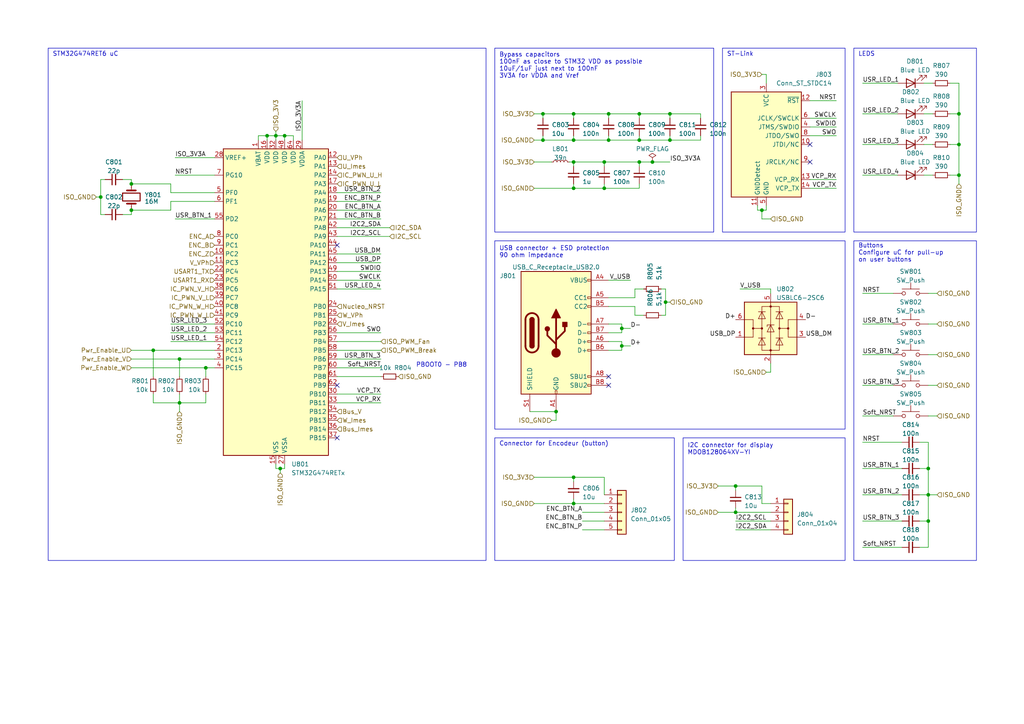
<source format=kicad_sch>
(kicad_sch (version 20231120) (generator "eeschema") (generator_version "8.0")
  (paper "A4")
  (title_block (title "AAP Inverter") (date "2023-05-01") (company "ENSEA"))
  (lib_symbols
    (symbol "Connector:Conn_ST_STDC14"
      (property "Reference" "J" (at -8.89 16.51 0))
      (property "Value" "Conn_ST_STDC14" (at 17.78 16.51 0))
      (symbol "Conn_ST_STDC14_1_1"
        (pin no_connect line (at -10.16 5.08 0) (length 2.54) hide (name "NC") (number "1"))
        (pin output line (at 12.7 0 180) (length 2.54) (name "JTDI/NC") (number "10"))
        (pin passive line (at -2.54 -17.78 90) (length 2.54) (name "GNDDetect") (number "11"))
        (pin open_collector line (at 12.7 12.7 180) (length 2.54) (name "~{RST}") (number "12"))
        (pin output line (at 12.7 -10.16 180) (length 2.54) (name "VCP_RX") (number "13"))
        (pin input line (at 12.7 -12.7 180) (length 2.54) (name "VCP_TX") (number "14"))
        (pin no_connect line (at -10.16 2.54 0) (length 2.54) hide (name "NC") (number "2"))
        (pin power_in line (at 0 17.78 270) (length 2.54) (name "VCC") (number "3"))
        (pin bidirectional line (at 12.7 5.08 180) (length 2.54) (name "JTMS/SWDIO") (number "4"))
        (pin power_in line (at 0 -17.78 90) (length 2.54) (name "GND") (number "5"))
        (pin output line (at 12.7 7.62 180) (length 2.54) (name "JCLK/SWCLK") (number "6"))
        (pin passive line (at 0 -17.78 90) (length 2.54) hide (name "GND") (number "7"))
        (pin input line (at 12.7 2.54 180) (length 2.54) (name "JTDO/SWO") (number "8"))
        (pin input line (at 12.7 -5.08 180) (length 2.54) (name "JRCLK/NC") (number "9"))
      )
    )
    (symbol "Connector:USB_C_Receptacle_USB2.0" (pin_names (offset 1.016))
      (property "Reference" "J" (at -10.16 19.05 0))
      (property "Value" "USB_C_Receptacle_USB2.0" (at 19.05 19.05 0))
      (symbol "USB_C_Receptacle_USB2.0_1_1"
        (pin passive line (at 0 -22.86 90) (length 5.08) (name "GND") (number "A1"))
        (pin passive line (at 0 -22.86 90) (length 5.08) hide (name "GND") (number "A12"))
        (pin passive line (at 15.24 15.24 180) (length 5.08) (name "VBUS") (number "A4"))
        (pin bidirectional line (at 15.24 10.16 180) (length 5.08) (name "CC1") (number "A5"))
        (pin bidirectional line (at 15.24 -2.54 180) (length 5.08) (name "D+") (number "A6"))
        (pin bidirectional line (at 15.24 2.54 180) (length 5.08) (name "D-") (number "A7"))
        (pin bidirectional line (at 15.24 -12.7 180) (length 5.08) (name "SBU1") (number "A8"))
        (pin passive line (at 15.24 15.24 180) (length 5.08) hide (name "VBUS") (number "A9"))
        (pin passive line (at 0 -22.86 90) (length 5.08) hide (name "GND") (number "B1"))
        (pin passive line (at 0 -22.86 90) (length 5.08) hide (name "GND") (number "B12"))
        (pin passive line (at 15.24 15.24 180) (length 5.08) hide (name "VBUS") (number "B4"))
        (pin bidirectional line (at 15.24 7.62 180) (length 5.08) (name "CC2") (number "B5"))
        (pin bidirectional line (at 15.24 -5.08 180) (length 5.08) (name "D+") (number "B6"))
        (pin bidirectional line (at 15.24 0 180) (length 5.08) (name "D-") (number "B7"))
        (pin bidirectional line (at 15.24 -15.24 180) (length 5.08) (name "SBU2") (number "B8"))
        (pin passive line (at 15.24 15.24 180) (length 5.08) hide (name "VBUS") (number "B9"))
        (pin passive line (at -7.62 -22.86 90) (length 5.08) (name "SHIELD") (number "S1"))
      )
    )
    (symbol "Connector_Generic:Conn_01x04" (pin_names (offset 1.016) hide)
      (property "Reference" "J" (at 0 5.08 0))
      (property "Value" "Conn_01x04" (at 0 -7.62 0))
      (symbol "Conn_01x04_1_1"
        (pin passive line (at -5.08 2.54 0) (length 3.81) (name "Pin_1") (number "1"))
        (pin passive line (at -5.08 0 0) (length 3.81) (name "Pin_2") (number "2"))
        (pin passive line (at -5.08 -2.54 0) (length 3.81) (name "Pin_3") (number "3"))
        (pin passive line (at -5.08 -5.08 0) (length 3.81) (name "Pin_4") (number "4"))
      )
    )
    (symbol "Connector_Generic:Conn_01x05" (pin_names (offset 1.016) hide)
      (property "Reference" "J" (at 0 7.62 0))
      (property "Value" "Conn_01x05" (at 0 -7.62 0))
      (symbol "Conn_01x05_1_1"
        (pin passive line (at -5.08 5.08 0) (length 3.81) (name "Pin_1") (number "1"))
        (pin passive line (at -5.08 2.54 0) (length 3.81) (name "Pin_2") (number "2"))
        (pin passive line (at -5.08 0 0) (length 3.81) (name "Pin_3") (number "3"))
        (pin passive line (at -5.08 -2.54 0) (length 3.81) (name "Pin_4") (number "4"))
        (pin passive line (at -5.08 -5.08 0) (length 3.81) (name "Pin_5") (number "5"))
      )
    )
    (symbol "Device:C_Small" (pin_numbers hide) (pin_names (offset 0.254) hide)
      (property "Reference" "C" (at 0.254 1.778 0))
      (property "Value" "C_Small" (at 0.254 -2.032 0))
      (symbol "C_Small_1_1"
        (pin passive line (at 0 2.54 270) (length 2.032) (name "~") (number "1"))
        (pin passive line (at 0 -2.54 90) (length 2.032) (name "~") (number "2"))
      )
    )
    (symbol "Device:Crystal" (pin_numbers hide) (pin_names (offset 1.016) hide)
      (property "Reference" "Y" (at 0 3.81 0))
      (property "Value" "Crystal" (at 0 -3.81 0))
      (symbol "Crystal_1_1"
        (pin passive line (at -3.81 0 0) (length 1.27) (name "1") (number "1"))
        (pin passive line (at 3.81 0 180) (length 1.27) (name "2") (number "2"))
      )
    )
    (symbol "Device:LED" (pin_numbers hide) (pin_names (offset 1.016) hide)
      (property "Reference" "D" (at 0 2.54 0))
      (property "Value" "LED" (at 0 -2.54 0))
      (symbol "LED_1_1"
        (pin passive line (at -3.81 0 0) (length 2.54) (name "K") (number "1"))
        (pin passive line (at 3.81 0 180) (length 2.54) (name "A") (number "2"))
      )
    )
    (symbol "Device:L_Small" (pin_numbers hide) (pin_names (offset 0.254) hide)
      (property "Reference" "L" (at 0.762 1.016 0))
      (property "Value" "L_Small" (at 0.762 -1.016 0))
      (symbol "L_Small_1_1"
        (pin passive line (at 0 2.54 270) (length 0.508) (name "~") (number "1"))
        (pin passive line (at 0 -2.54 90) (length 0.508) (name "~") (number "2"))
      )
    )
    (symbol "Device:R_Small" (pin_numbers hide) (pin_names (offset 0.254) hide)
      (property "Reference" "R" (at 0.762 0.508 0))
      (property "Value" "R_Small" (at 0.762 -1.016 0))
      (symbol "R_Small_1_1"
        (pin passive line (at 0 2.54 270) (length 0.762) (name "~") (number "1"))
        (pin passive line (at 0 -2.54 90) (length 0.762) (name "~") (number "2"))
      )
    )
    (symbol "MCU_ST_STM32G4:STM32G474RETx"
      (property "Reference" "U" (at -15.24 46.99 0))
      (property "Value" "STM32G474RETx" (at 10.16 46.99 0))
      (symbol "STM32G474RETx_1_1"
        (pin power_in line (at -5.08 48.26 270) (length 2.54) (name "VBAT") (number "1"))
        (pin bidirectional line (at -17.78 15.24 0) (length 2.54) (name "PC2") (number "10"))
        (pin bidirectional line (at -17.78 12.7 0) (length 2.54) (name "PC3") (number "11"))
        (pin bidirectional line (at 17.78 43.18 180) (length 2.54) (name "PA0") (number "12"))
        (pin bidirectional line (at 17.78 40.64 180) (length 2.54) (name "PA1") (number "13"))
        (pin bidirectional line (at 17.78 38.1 180) (length 2.54) (name "PA2") (number "14"))
        (pin power_in line (at 0 -45.72 90) (length 2.54) (name "VSS") (number "15"))
        (pin power_in line (at -2.54 48.26 270) (length 2.54) (name "VDD") (number "16"))
        (pin bidirectional line (at 17.78 35.56 180) (length 2.54) (name "PA3") (number "17"))
        (pin bidirectional line (at 17.78 33.02 180) (length 2.54) (name "PA4") (number "18"))
        (pin bidirectional line (at 17.78 30.48 180) (length 2.54) (name "PA5") (number "19"))
        (pin bidirectional line (at -17.78 -12.7 0) (length 2.54) (name "PC13") (number "2"))
        (pin bidirectional line (at 17.78 27.94 180) (length 2.54) (name "PA6") (number "20"))
        (pin bidirectional line (at 17.78 25.4 180) (length 2.54) (name "PA7") (number "21"))
        (pin bidirectional line (at -17.78 10.16 0) (length 2.54) (name "PC4") (number "22"))
        (pin bidirectional line (at -17.78 7.62 0) (length 2.54) (name "PC5") (number "23"))
        (pin bidirectional line (at 17.78 0 180) (length 2.54) (name "PB0") (number "24"))
        (pin bidirectional line (at 17.78 -2.54 180) (length 2.54) (name "PB1") (number "25"))
        (pin bidirectional line (at 17.78 -5.08 180) (length 2.54) (name "PB2") (number "26"))
        (pin power_in line (at 2.54 -45.72 90) (length 2.54) (name "VSSA") (number "27"))
        (pin input line (at -17.78 43.18 0) (length 2.54) (name "VREF+") (number "28"))
        (pin power_in line (at 7.62 48.26 270) (length 2.54) (name "VDDA") (number "29"))
        (pin bidirectional line (at -17.78 -15.24 0) (length 2.54) (name "PC14") (number "3"))
        (pin bidirectional line (at 17.78 -25.4 180) (length 2.54) (name "PB10") (number "30"))
        (pin passive line (at 0 -45.72 90) (length 2.54) hide (name "VSS") (number "31"))
        (pin power_in line (at 0 48.26 270) (length 2.54) (name "VDD") (number "32"))
        (pin bidirectional line (at 17.78 -27.94 180) (length 2.54) (name "PB11") (number "33"))
        (pin bidirectional line (at 17.78 -30.48 180) (length 2.54) (name "PB12") (number "34"))
        (pin bidirectional line (at 17.78 -33.02 180) (length 2.54) (name "PB13") (number "35"))
        (pin bidirectional line (at 17.78 -35.56 180) (length 2.54) (name "PB14") (number "36"))
        (pin bidirectional line (at 17.78 -38.1 180) (length 2.54) (name "PB15") (number "37"))
        (pin bidirectional line (at -17.78 5.08 0) (length 2.54) (name "PC6") (number "38"))
        (pin bidirectional line (at -17.78 2.54 0) (length 2.54) (name "PC7") (number "39"))
        (pin bidirectional line (at -17.78 -17.78 0) (length 2.54) (name "PC15") (number "4"))
        (pin bidirectional line (at -17.78 0 0) (length 2.54) (name "PC8") (number "40"))
        (pin bidirectional line (at -17.78 -2.54 0) (length 2.54) (name "PC9") (number "41"))
        (pin bidirectional line (at 17.78 22.86 180) (length 2.54) (name "PA8") (number "42"))
        (pin bidirectional line (at 17.78 20.32 180) (length 2.54) (name "PA9") (number "43"))
        (pin bidirectional line (at 17.78 17.78 180) (length 2.54) (name "PA10") (number "44"))
        (pin bidirectional line (at 17.78 15.24 180) (length 2.54) (name "PA11") (number "45"))
        (pin bidirectional line (at 17.78 12.7 180) (length 2.54) (name "PA12") (number "46"))
        (pin passive line (at 0 -45.72 90) (length 2.54) hide (name "VSS") (number "47"))
        (pin power_in line (at 2.54 48.26 270) (length 2.54) (name "VDD") (number "48"))
        (pin bidirectional line (at 17.78 10.16 180) (length 2.54) (name "PA13") (number "49"))
        (pin bidirectional line (at -17.78 33.02 0) (length 2.54) (name "PF0") (number "5"))
        (pin bidirectional line (at 17.78 7.62 180) (length 2.54) (name "PA14") (number "50"))
        (pin bidirectional line (at 17.78 5.08 180) (length 2.54) (name "PA15") (number "51"))
        (pin bidirectional line (at -17.78 -5.08 0) (length 2.54) (name "PC10") (number "52"))
        (pin bidirectional line (at -17.78 -7.62 0) (length 2.54) (name "PC11") (number "53"))
        (pin bidirectional line (at -17.78 -10.16 0) (length 2.54) (name "PC12") (number "54"))
        (pin bidirectional line (at -17.78 25.4 0) (length 2.54) (name "PD2") (number "55"))
        (pin bidirectional line (at 17.78 -7.62 180) (length 2.54) (name "PB3") (number "56"))
        (pin bidirectional line (at 17.78 -10.16 180) (length 2.54) (name "PB4") (number "57"))
        (pin bidirectional line (at 17.78 -12.7 180) (length 2.54) (name "PB5") (number "58"))
        (pin bidirectional line (at 17.78 -15.24 180) (length 2.54) (name "PB6") (number "59"))
        (pin bidirectional line (at -17.78 30.48 0) (length 2.54) (name "PF1") (number "6"))
        (pin bidirectional line (at 17.78 -17.78 180) (length 2.54) (name "PB7") (number "60"))
        (pin bidirectional line (at 17.78 -20.32 180) (length 2.54) (name "PB8") (number "61"))
        (pin bidirectional line (at 17.78 -22.86 180) (length 2.54) (name "PB9") (number "62"))
        (pin passive line (at 0 -45.72 90) (length 2.54) hide (name "VSS") (number "63"))
        (pin power_in line (at 5.08 48.26 270) (length 2.54) (name "VDD") (number "64"))
        (pin bidirectional line (at -17.78 38.1 0) (length 2.54) (name "PG10") (number "7"))
        (pin bidirectional line (at -17.78 20.32 0) (length 2.54) (name "PC0") (number "8"))
        (pin bidirectional line (at -17.78 17.78 0) (length 2.54) (name "PC1") (number "9"))
      )
    )
    (symbol "Power_Protection:USBLC6-2SC6" (pin_names hide)
      (property "Reference" "U" (at 2.54 8.89 0))
      (property "Value" "USBLC6-2SC6" (at 2.54 -8.89 0))
      (symbol "USBLC6-2SC6_1_1"
        (pin passive line (at -10.16 -2.54 0) (length 2.54) (name "I/O1") (number "1"))
        (pin passive line (at 0 -10.16 90) (length 2.54) (name "GND") (number "2"))
        (pin passive line (at 10.16 -2.54 180) (length 2.54) (name "I/O2") (number "3"))
        (pin passive line (at 10.16 2.54 180) (length 2.54) (name "I/O2") (number "4"))
        (pin passive line (at 0 10.16 270) (length 2.54) (name "VBUS") (number "5"))
        (pin passive line (at -10.16 2.54 0) (length 2.54) (name "I/O1") (number "6"))
      )
    )
    (symbol "Switch:SW_Push" (pin_numbers hide) (pin_names (offset 1.016) hide)
      (property "Reference" "SW" (at 1.27 2.54 0))
      (property "Value" "SW_Push" (at 0 -1.524 0))
      (symbol "SW_Push_0_1"
        (pin passive line (at -5.08 0 0) (length 2.54) (name "1") (number "1"))
        (pin passive line (at 5.08 0 180) (length 2.54) (name "2") (number "2"))
      )
    )
    (symbol "power:PWR_FLAG" (power) (pin_numbers hide) (pin_names (offset 0) hide)
      (property "Value" "PWR_FLAG" (at 0 3.81 0))
      (symbol "PWR_FLAG_0_0"
        (pin power_out line (at 0 0 90) (length 0) (name "pwr") (number "1"))
      )
    )
  )
  (junction (at 161.29 119.38))
  (junction (at 175.26 46.99))
  (junction (at 180.34 100.33))
  (junction (at 77.47 39.37))
  (junction (at 193.04 87.63))
  (junction (at 269.24 151.13))
  (junction (at 38.1 60.96))
  (junction (at 269.24 135.89))
  (junction (at 29.21 57.15))
  (junction (at 52.07 116.84))
  (junction (at 213.36 148.59))
  (junction (at 180.34 95.25))
  (junction (at 185.42 33.02))
  (junction (at 220.98 60.96))
  (junction (at 166.37 46.99))
  (junction (at 59.69 106.68))
  (junction (at 278.13 33.02))
  (junction (at 166.37 146.05))
  (junction (at 278.13 50.8))
  (junction (at 194.31 40.64))
  (junction (at 52.07 104.14))
  (junction (at 175.26 54.61))
  (junction (at 166.37 40.64))
  (junction (at 166.37 138.43))
  (junction (at 44.45 101.6))
  (junction (at 81.28 135.89))
  (junction (at 185.42 46.99))
  (junction (at 38.1 53.34))
  (junction (at 176.53 33.02))
  (junction (at 189.23 46.99))
  (junction (at 82.55 39.37))
  (junction (at 166.37 54.61))
  (junction (at 194.31 33.02))
  (junction (at 157.48 40.64))
  (junction (at 269.24 143.51))
  (junction (at 176.53 40.64))
  (junction (at 185.42 40.64))
  (junction (at 166.37 33.02))
  (junction (at 80.01 39.37))
  (junction (at 157.48 33.02))
  (junction (at 278.13 41.91))
  (junction (at 213.36 140.97))
  (no_connect (at 97.79 111.76))
  (no_connect (at 234.95 46.99))
  (no_connect (at 97.79 71.12))
  (no_connect (at 97.79 127))
  (no_connect (at 176.53 111.76))
  (no_connect (at 176.53 109.22))
  (no_connect (at 234.95 41.91))
  (wire (pts (xy 208.28 140.97) (xy 213.36 140.97)))
  (wire (pts (xy 194.31 33.02) (xy 194.31 34.29)))
  (wire (pts (xy 220.98 63.5) (xy 220.98 60.96)))
  (wire (pts (xy 80.01 38.1) (xy 80.01 39.37)))
  (wire (pts (xy 250.19 143.51) (xy 261.62 143.51)))
  (wire (pts (xy 97.79 55.88) (xy 110.49 55.88)))
  (wire (pts (xy 250.19 128.27) (xy 261.62 128.27)))
  (wire (pts (xy 161.29 119.38) (xy 161.29 121.92)))
  (wire (pts (xy 49.53 55.88) (xy 62.23 55.88)))
  (wire (pts (xy 185.42 53.34) (xy 185.42 54.61)))
  (wire (pts (xy 50.8 45.72) (xy 62.23 45.72)))
  (wire (pts (xy 203.2 33.02) (xy 203.2 34.29)))
  (wire (pts (xy 250.19 41.91) (xy 260.35 41.91)))
  (wire (pts (xy 175.26 46.99) (xy 185.42 46.99)))
  (wire (pts (xy 275.59 41.91) (xy 278.13 41.91)))
  (wire (pts (xy 266.7 158.75) (xy 269.24 158.75)))
  (wire (pts (xy 154.94 146.05) (xy 166.37 146.05)))
  (wire (pts (xy 269.24 120.65) (xy 271.78 120.65)))
  (wire (pts (xy 269.24 143.51) (xy 269.24 135.89)))
  (wire (pts (xy 175.26 53.34) (xy 175.26 54.61)))
  (wire (pts (xy 49.53 96.52) (xy 62.23 96.52)))
  (wire (pts (xy 176.53 81.28) (xy 182.88 81.28)))
  (wire (pts (xy 110.49 99.06) (xy 97.79 99.06)))
  (wire (pts (xy 44.45 101.6) (xy 44.45 109.22)))
  (wire (pts (xy 269.24 111.76) (xy 271.78 111.76)))
  (wire (pts (xy 175.26 54.61) (xy 166.37 54.61)))
  (wire (pts (xy 213.36 140.97) (xy 213.36 142.24)))
  (wire (pts (xy 269.24 128.27) (xy 266.7 128.27)))
  (wire (pts (xy 275.59 33.02) (xy 278.13 33.02)))
  (wire (pts (xy 269.24 158.75) (xy 269.24 151.13)))
  (wire (pts (xy 80.01 39.37) (xy 80.01 40.64)))
  (wire (pts (xy 110.49 104.14) (xy 97.79 104.14)))
  (wire (pts (xy 97.79 78.74) (xy 110.49 78.74)))
  (wire (pts (xy 157.48 33.02) (xy 166.37 33.02)))
  (wire (pts (xy 180.34 99.06) (xy 180.34 100.33)))
  (wire (pts (xy 194.31 33.02) (xy 203.2 33.02)))
  (wire (pts (xy 166.37 144.78) (xy 166.37 146.05)))
  (wire (pts (xy 38.1 53.34) (xy 38.1 52.07)))
  (wire (pts (xy 271.78 85.09) (xy 269.24 85.09)))
  (wire (pts (xy 97.79 116.84) (xy 110.49 116.84)))
  (wire (pts (xy 166.37 40.64) (xy 157.48 40.64)))
  (wire (pts (xy 50.8 50.8) (xy 62.23 50.8)))
  (wire (pts (xy 52.07 116.84) (xy 59.69 116.84)))
  (wire (pts (xy 74.93 40.64) (xy 74.93 39.37)))
  (wire (pts (xy 193.04 83.82) (xy 191.77 83.82)))
  (wire (pts (xy 213.36 153.67) (xy 223.52 153.67)))
  (wire (pts (xy 176.53 96.52) (xy 180.34 96.52)))
  (wire (pts (xy 234.95 52.07) (xy 242.57 52.07)))
  (wire (pts (xy 59.69 106.68) (xy 59.69 109.22)))
  (wire (pts (xy 220.98 21.59) (xy 222.25 21.59)))
  (wire (pts (xy 194.31 87.63) (xy 193.04 87.63)))
  (wire (pts (xy 97.79 73.66) (xy 110.49 73.66)))
  (wire (pts (xy 250.19 120.65) (xy 259.08 120.65)))
  (wire (pts (xy 267.97 33.02) (xy 270.51 33.02)))
  (wire (pts (xy 166.37 39.37) (xy 166.37 40.64)))
  (wire (pts (xy 175.26 151.13) (xy 168.91 151.13)))
  (wire (pts (xy 59.69 106.68) (xy 62.23 106.68)))
  (wire (pts (xy 176.53 99.06) (xy 180.34 99.06)))
  (wire (pts (xy 269.24 151.13) (xy 269.24 143.51)))
  (wire (pts (xy 180.34 93.98) (xy 180.34 95.25)))
  (wire (pts (xy 234.95 39.37) (xy 242.57 39.37)))
  (wire (pts (xy 213.36 140.97) (xy 220.98 140.97)))
  (wire (pts (xy 184.15 91.44) (xy 184.15 88.9)))
  (wire (pts (xy 278.13 24.13) (xy 278.13 33.02)))
  (wire (pts (xy 250.19 33.02) (xy 260.35 33.02)))
  (wire (pts (xy 176.53 39.37) (xy 176.53 40.64)))
  (wire (pts (xy 193.04 91.44) (xy 193.04 87.63)))
  (wire (pts (xy 220.98 60.96) (xy 222.25 60.96)))
  (wire (pts (xy 234.95 36.83) (xy 242.57 36.83)))
  (wire (pts (xy 29.21 62.23) (xy 30.48 62.23)))
  (wire (pts (xy 269.24 102.87) (xy 271.78 102.87)))
  (wire (pts (xy 275.59 50.8) (xy 278.13 50.8)))
  (wire (pts (xy 222.25 21.59) (xy 222.25 24.13)))
  (wire (pts (xy 82.55 39.37) (xy 85.09 39.37)))
  (wire (pts (xy 49.53 60.96) (xy 38.1 60.96)))
  (wire (pts (xy 38.1 60.96) (xy 38.1 62.23)))
  (wire (pts (xy 166.37 53.34) (xy 166.37 54.61)))
  (wire (pts (xy 27.94 57.15) (xy 29.21 57.15)))
  (wire (pts (xy 44.45 101.6) (xy 62.23 101.6)))
  (wire (pts (xy 250.19 93.98) (xy 259.08 93.98)))
  (wire (pts (xy 35.56 52.07) (xy 38.1 52.07)))
  (wire (pts (xy 214.63 83.82) (xy 223.52 83.82)))
  (wire (pts (xy 110.49 83.82) (xy 97.79 83.82)))
  (wire (pts (xy 154.94 46.99) (xy 160.02 46.99)))
  (wire (pts (xy 222.25 59.69) (xy 222.25 60.96)))
  (wire (pts (xy 97.79 60.96) (xy 110.49 60.96)))
  (wire (pts (xy 81.28 135.89) (xy 81.28 137.16)))
  (wire (pts (xy 266.7 135.89) (xy 269.24 135.89)))
  (wire (pts (xy 219.71 60.96) (xy 219.71 59.69)))
  (wire (pts (xy 161.29 121.92) (xy 160.02 121.92)))
  (wire (pts (xy 191.77 91.44) (xy 193.04 91.44)))
  (wire (pts (xy 269.24 93.98) (xy 271.78 93.98)))
  (wire (pts (xy 49.53 93.98) (xy 62.23 93.98)))
  (wire (pts (xy 175.26 148.59) (xy 168.91 148.59)))
  (wire (pts (xy 275.59 24.13) (xy 278.13 24.13)))
  (wire (pts (xy 185.42 33.02) (xy 194.31 33.02)))
  (wire (pts (xy 50.8 63.5) (xy 62.23 63.5)))
  (wire (pts (xy 250.19 50.8) (xy 260.35 50.8)))
  (wire (pts (xy 175.26 54.61) (xy 185.42 54.61)))
  (wire (pts (xy 97.79 114.3) (xy 110.49 114.3)))
  (wire (pts (xy 154.94 54.61) (xy 166.37 54.61)))
  (wire (pts (xy 175.26 153.67) (xy 168.91 153.67)))
  (wire (pts (xy 85.09 39.37) (xy 85.09 40.64)))
  (wire (pts (xy 49.53 53.34) (xy 38.1 53.34)))
  (wire (pts (xy 166.37 46.99) (xy 175.26 46.99)))
  (wire (pts (xy 180.34 100.33) (xy 182.88 100.33)))
  (wire (pts (xy 185.42 39.37) (xy 185.42 40.64)))
  (wire (pts (xy 185.42 48.26) (xy 185.42 46.99)))
  (wire (pts (xy 110.49 106.68) (xy 97.79 106.68)))
  (wire (pts (xy 250.19 85.09) (xy 259.08 85.09)))
  (wire (pts (xy 38.1 104.14) (xy 52.07 104.14)))
  (wire (pts (xy 269.24 135.89) (xy 269.24 128.27)))
  (wire (pts (xy 166.37 33.02) (xy 166.37 34.29)))
  (wire (pts (xy 185.42 46.99) (xy 189.23 46.99)))
  (wire (pts (xy 157.48 40.64) (xy 157.48 39.37)))
  (wire (pts (xy 176.53 88.9) (xy 184.15 88.9)))
  (wire (pts (xy 44.45 114.3) (xy 44.45 116.84)))
  (wire (pts (xy 52.07 104.14) (xy 62.23 104.14)))
  (wire (pts (xy 82.55 134.62) (xy 82.55 135.89)))
  (wire (pts (xy 213.36 151.13) (xy 223.52 151.13)))
  (wire (pts (xy 52.07 109.22) (xy 52.07 104.14)))
  (wire (pts (xy 38.1 101.6) (xy 44.45 101.6)))
  (wire (pts (xy 267.97 24.13) (xy 270.51 24.13)))
  (wire (pts (xy 213.36 147.32) (xy 213.36 148.59)))
  (wire (pts (xy 180.34 93.98) (xy 176.53 93.98)))
  (wire (pts (xy 81.28 135.89) (xy 82.55 135.89)))
  (wire (pts (xy 234.95 54.61) (xy 242.57 54.61)))
  (wire (pts (xy 80.01 134.62) (xy 80.01 135.89)))
  (wire (pts (xy 110.49 109.22) (xy 97.79 109.22)))
  (wire (pts (xy 222.25 107.95) (xy 223.52 107.95)))
  (wire (pts (xy 250.19 158.75) (xy 261.62 158.75)))
  (wire (pts (xy 97.79 96.52) (xy 110.49 96.52)))
  (wire (pts (xy 213.36 148.59) (xy 223.52 148.59)))
  (wire (pts (xy 267.97 50.8) (xy 270.51 50.8)))
  (wire (pts (xy 266.7 143.51) (xy 269.24 143.51)))
  (wire (pts (xy 49.53 58.42) (xy 62.23 58.42)))
  (wire (pts (xy 49.53 99.06) (xy 62.23 99.06)))
  (wire (pts (xy 44.45 116.84) (xy 52.07 116.84)))
  (wire (pts (xy 180.34 95.25) (xy 182.88 95.25)))
  (wire (pts (xy 29.21 57.15) (xy 29.21 62.23)))
  (wire (pts (xy 29.21 52.07) (xy 29.21 57.15)))
  (wire (pts (xy 97.79 66.04) (xy 113.03 66.04)))
  (wire (pts (xy 166.37 138.43) (xy 166.37 139.7)))
  (wire (pts (xy 223.52 83.82) (xy 223.52 85.09)))
  (wire (pts (xy 234.95 34.29) (xy 242.57 34.29)))
  (wire (pts (xy 176.53 33.02) (xy 176.53 34.29)))
  (wire (pts (xy 189.23 46.99) (xy 194.31 46.99)))
  (wire (pts (xy 267.97 41.91) (xy 270.51 41.91)))
  (wire (pts (xy 176.53 101.6) (xy 180.34 101.6)))
  (wire (pts (xy 52.07 114.3) (xy 52.07 116.84)))
  (wire (pts (xy 30.48 52.07) (xy 29.21 52.07)))
  (wire (pts (xy 176.53 86.36) (xy 184.15 86.36)))
  (wire (pts (xy 166.37 48.26) (xy 166.37 46.99)))
  (wire (pts (xy 175.26 46.99) (xy 175.26 48.26)))
  (wire (pts (xy 220.98 60.96) (xy 219.71 60.96)))
  (wire (pts (xy 166.37 40.64) (xy 176.53 40.64)))
  (wire (pts (xy 278.13 41.91) (xy 278.13 50.8)))
  (wire (pts (xy 49.53 55.88) (xy 49.53 53.34)))
  (wire (pts (xy 278.13 33.02) (xy 278.13 41.91)))
  (wire (pts (xy 250.19 151.13) (xy 261.62 151.13)))
  (wire (pts (xy 97.79 63.5) (xy 110.49 63.5)))
  (wire (pts (xy 97.79 81.28) (xy 110.49 81.28)))
  (wire (pts (xy 97.79 76.2) (xy 110.49 76.2)))
  (wire (pts (xy 157.48 34.29) (xy 157.48 33.02)))
  (wire (pts (xy 166.37 138.43) (xy 175.26 138.43)))
  (wire (pts (xy 266.7 151.13) (xy 269.24 151.13)))
  (wire (pts (xy 74.93 39.37) (xy 77.47 39.37)))
  (wire (pts (xy 52.07 116.84) (xy 52.07 119.38)))
  (wire (pts (xy 38.1 106.68) (xy 59.69 106.68)))
  (wire (pts (xy 223.52 63.5) (xy 220.98 63.5)))
  (wire (pts (xy 194.31 39.37) (xy 194.31 40.64)))
  (wire (pts (xy 184.15 91.44) (xy 186.69 91.44)))
  (wire (pts (xy 250.19 102.87) (xy 259.08 102.87)))
  (wire (pts (xy 97.79 58.42) (xy 110.49 58.42)))
  (wire (pts (xy 203.2 39.37) (xy 203.2 40.64)))
  (wire (pts (xy 185.42 40.64) (xy 194.31 40.64)))
  (wire (pts (xy 250.19 24.13) (xy 260.35 24.13)))
  (wire (pts (xy 77.47 39.37) (xy 80.01 39.37)))
  (wire (pts (xy 176.53 33.02) (xy 185.42 33.02)))
  (wire (pts (xy 166.37 33.02) (xy 176.53 33.02)))
  (wire (pts (xy 80.01 39.37) (xy 82.55 39.37)))
  (wire (pts (xy 220.98 140.97) (xy 220.98 146.05)))
  (wire (pts (xy 208.28 148.59) (xy 213.36 148.59)))
  (wire (pts (xy 35.56 62.23) (xy 38.1 62.23)))
  (wire (pts (xy 153.67 119.38) (xy 161.29 119.38)))
  (wire (pts (xy 184.15 86.36) (xy 184.15 83.82)))
  (wire (pts (xy 166.37 146.05) (xy 175.26 146.05)))
  (wire (pts (xy 184.15 83.82) (xy 186.69 83.82)))
  (wire (pts (xy 82.55 39.37) (xy 82.55 40.64)))
  (wire (pts (xy 250.19 111.76) (xy 259.08 111.76)))
  (wire (pts (xy 203.2 40.64) (xy 194.31 40.64)))
  (wire (pts (xy 77.47 40.64) (xy 77.47 39.37)))
  (wire (pts (xy 59.69 114.3) (xy 59.69 116.84)))
  (wire (pts (xy 250.19 135.89) (xy 261.62 135.89)))
  (wire (pts (xy 234.95 29.21) (xy 242.57 29.21)))
  (wire (pts (xy 269.24 143.51) (xy 271.78 143.51)))
  (wire (pts (xy 180.34 95.25) (xy 180.34 96.52)))
  (wire (pts (xy 220.98 146.05) (xy 223.52 146.05)))
  (wire (pts (xy 80.01 135.89) (xy 81.28 135.89)))
  (wire (pts (xy 176.53 40.64) (xy 185.42 40.64)))
  (wire (pts (xy 166.37 46.99) (xy 165.1 46.99)))
  (wire (pts (xy 175.26 138.43) (xy 175.26 143.51)))
  (wire (pts (xy 154.94 138.43) (xy 166.37 138.43)))
  (wire (pts (xy 185.42 33.02) (xy 185.42 34.29)))
  (wire (pts (xy 193.04 87.63) (xy 193.04 83.82)))
  (wire (pts (xy 154.94 40.64) (xy 157.48 40.64)))
  (wire (pts (xy 97.79 68.58) (xy 113.03 68.58)))
  (wire (pts (xy 110.49 101.6) (xy 97.79 101.6)))
  (wire (pts (xy 180.34 100.33) (xy 180.34 101.6)))
  (wire (pts (xy 154.94 33.02) (xy 157.48 33.02)))
  (wire (pts (xy 49.53 58.42) (xy 49.53 60.96)))
  (wire (pts (xy 223.52 107.95) (xy 223.52 105.41)))
  (wire (pts (xy 87.63 29.21) (xy 87.63 40.64)))
  (wire (pts (xy 278.13 50.8) (xy 278.13 53.34)))
  (rectangle (start 13.97 13.97) (end 140.97 162.56))
  (rectangle (start 143.51 127) (end 195.58 162.56))
  (rectangle (start 143.51 13.97) (end 207.01 67.31))
  (rectangle (start 247.65 69.85) (end 283.21 162.56))
  (rectangle (start 247.65 13.97) (end 283.21 67.31))
  (rectangle (start 209.55 13.97) (end 245.11 67.31))
  (rectangle (start 143.51 69.85) (end 245.11 124.46))
  (rectangle (start 198.12 127) (end 245.11 162.56))
  (text "USB connector + ESD protection\n90 ohm impedance" (at 144.78 74.93 0) (effects (font (size 1.27 1.27)) (justify left bottom)))
  (text "ST-Link\n" (at 210.82 16.51 0) (effects (font (size 1.27 1.27)) (justify left bottom)))
  (text "Bypass capacitors\n100nF as close to STM32 VDD as possible\n10uF/1uF just next to 100nF\n3V3A for VDDA and Vref\n" (at 144.78 22.86 0) (effects (font (size 1.27 1.27)) (justify left bottom)))
  (text "Connector for Encodeur (button)" (at 144.78 129.54 0) (effects (font (size 1.27 1.27)) (justify left bottom)))
  (text "Buttons\nConfigure uC for pull-up \non user buttons" (at 248.92 76.2 0) (effects (font (size 1.27 1.27)) (justify left bottom)))
  (text "I2C connector for display\nMDOB128064XV-YI" (at 199.39 132.08 0) (effects (font (size 1.27 1.27)) (justify left bottom)))
  (text "PBOOT0 - PB8\n" (at 120.65 106.68 0) (effects (font (size 1.27 1.27)) (justify left bottom)))
  (text "STM32G474RET6 uC" (at 15.24 16.51 0) (effects (font (size 1.27 1.27)) (justify left bottom)))
  (text "LEDS\n" (at 248.92 16.51 0) (effects (font (size 1.27 1.27)) (justify left bottom)))
  (label "USR_BTN_1" (at 250.19 135.89 0))
  (label "D-" (at 233.68 92.71 0))
  (label "NRST" (at 50.8 50.8 0))
  (label "USB_DP" (at 213.36 97.79 180))
  (label "I2C2_SCL" (at 213.36 151.13 0))
  (label "ISO_3V3A" (at 50.8 45.72 0))
  (label "USR_LED_4" (at 110.49 83.82 180))
  (label "USB_DP" (at 110.49 76.2 180))
  (label "USR_LED_4" (at 250.19 50.8 0))
  (label "V_USB" (at 214.63 83.82 0))
  (label "USB_DM" (at 233.68 97.79 0))
  (label "USR_LED_1" (at 49.53 99.06 0))
  (label "D-" (at 182.88 95.25 0))
  (label "VCP_TX" (at 242.57 54.61 180))
  (label "Soft_NRST" (at 250.19 120.65 0))
  (label "USR_LED_3" (at 49.53 93.98 0))
  (label "Soft_NRST" (at 250.19 158.75 0))
  (label "USR_BTN_2" (at 250.19 143.51 0))
  (label "ISO_3V3A" (at 194.31 46.99 0))
  (label "NRST" (at 250.19 85.09 0))
  (label "SWDIO" (at 242.57 36.83 180))
  (label "USR_BTN_3" (at 110.49 104.14 180))
  (label "SWDIO" (at 110.49 78.74 180))
  (label "USR_LED_2" (at 250.19 33.02 0))
  (label "ENC_BTN_B" (at 168.91 151.13 180))
  (label "USR_BTN_2" (at 110.49 55.88 180))
  (label "VCP_TX" (at 110.49 114.3 180))
  (label "USR_LED_1" (at 250.19 24.13 0))
  (label "ENC_BTN_P" (at 110.49 58.42 180))
  (label "Soft_NRST" (at 110.49 106.68 180))
  (label "USR_BTN_1" (at 250.19 93.98 0))
  (label "ENC_BTN_A" (at 168.91 148.59 180))
  (label "D+" (at 213.36 92.71 180))
  (label "USR_BTN_3" (at 250.19 111.76 0))
  (label "V_USB" (at 182.88 81.28 180))
  (label "ISO_3V3A" (at 87.63 29.21 270))
  (label "VCP_RX" (at 242.57 52.07 180))
  (label "USR_BTN_1" (at 50.8 63.5 0))
  (label "ENC_BTN_B" (at 110.49 63.5 180))
  (label "USR_BTN_2" (at 250.19 102.87 0))
  (label "ENC_BTN_P" (at 168.91 153.67 180))
  (label "USR_LED_2" (at 49.53 96.52 0))
  (label "NRST" (at 242.57 29.21 180))
  (label "VCP_RX" (at 110.49 116.84 180))
  (label "I2C2_SDA" (at 213.36 153.67 0))
  (label "I2C2_SCL" (at 110.49 68.58 180))
  (label "SWO" (at 110.49 96.52 180))
  (label "NRST" (at 250.19 128.27 0))
  (label "SWO" (at 242.57 39.37 180))
  (label "USR_LED_3" (at 250.19 41.91 0))
  (label "SWCLK" (at 242.57 34.29 180))
  (label "ENC_BTN_A" (at 110.49 60.96 180))
  (label "I2C2_SDA" (at 110.49 66.04 180))
  (label "D+" (at 182.88 100.33 0))
  (label "SWCLK" (at 110.49 81.28 180))
  (label "USB_DM" (at 110.49 73.66 180))
  (label "USR_BTN_3" (at 250.19 151.13 0))
  (hierarchical_label "ISO_GND" (shape input) (at 278.13 53.34 270))
  (hierarchical_label "IC_PWN_W_H" (shape input) (at 62.23 88.9 180))
  (hierarchical_label "ISO_3V3" (shape input) (at 154.94 46.99 180))
  (hierarchical_label "V_VPh" (shape input) (at 62.23 76.2 180))
  (hierarchical_label "ISO_3V3" (shape input) (at 220.98 21.59 180))
  (hierarchical_label "Nucleo_NRST" (shape input) (at 97.79 88.9 0))
  (hierarchical_label "ISO_GND" (shape input) (at 27.94 57.15 180))
  (hierarchical_label "IC_PWN_V_L" (shape input) (at 62.23 86.36 180))
  (hierarchical_label "U_VPh" (shape input) (at 97.79 45.72 0))
  (hierarchical_label "ISO_3V3" (shape input) (at 208.28 140.97 180))
  (hierarchical_label "USART1_TX" (shape input) (at 62.23 78.74 180))
  (hierarchical_label "ISO_3V3" (shape input) (at 154.94 33.02 180))
  (hierarchical_label "IC_PWN_U_L" (shape input) (at 97.79 53.34 0))
  (hierarchical_label "ISO_GND" (shape input) (at 115.57 109.22 0))
  (hierarchical_label "ISO_GND" (shape input) (at 154.94 146.05 180))
  (hierarchical_label "ISO_3V3" (shape input) (at 154.94 138.43 180))
  (hierarchical_label "IC_PWN_W_L" (shape input) (at 62.23 91.44 180))
  (hierarchical_label "ISO_GND" (shape input) (at 222.25 107.95 180))
  (hierarchical_label "ISO_PWM_Break" (shape input) (at 110.49 101.6 0))
  (hierarchical_label "ENC_A" (shape input) (at 62.23 68.58 180))
  (hierarchical_label "V_Imes" (shape input) (at 97.79 93.98 0))
  (hierarchical_label "ISO_GND" (shape input) (at 271.78 120.65 0))
  (hierarchical_label "ISO_GND" (shape input) (at 271.78 85.09 0))
  (hierarchical_label "U_Imes" (shape input) (at 97.79 48.26 0))
  (hierarchical_label "ISO_GND" (shape input) (at 154.94 54.61 180))
  (hierarchical_label "ISO_GND" (shape input) (at 271.78 93.98 0))
  (hierarchical_label "ISO_GND" (shape input) (at 271.78 102.87 0))
  (hierarchical_label "ISO_GND" (shape input) (at 208.28 148.59 180))
  (hierarchical_label "ENC_B" (shape input) (at 62.23 71.12 180))
  (hierarchical_label "ISO_GND" (shape input) (at 160.02 121.92 180))
  (hierarchical_label "Pwr_Enable_W" (shape input) (at 38.1 106.68 180))
  (hierarchical_label "Pwr_Enable_U" (shape input) (at 38.1 101.6 180))
  (hierarchical_label "USART1_RX" (shape input) (at 62.23 81.28 180))
  (hierarchical_label "ISO_GND" (shape input) (at 271.78 143.51 0))
  (hierarchical_label "ISO_GND" (shape input) (at 81.28 137.16 270))
  (hierarchical_label "ISO_3V3" (shape input) (at 80.01 38.1 90))
  (hierarchical_label "W_VPh" (shape input) (at 97.79 91.44 0))
  (hierarchical_label "ISO_PWM_Fan" (shape input) (at 110.49 99.06 0))
  (hierarchical_label "I2C_SCL" (shape input) (at 113.03 68.58 0))
  (hierarchical_label "IC_PWN_U_H" (shape input) (at 97.79 50.8 0))
  (hierarchical_label "IC_PWN_V_H" (shape input) (at 62.23 83.82 180))
  (hierarchical_label "ISO_GND" (shape input) (at 194.31 87.63 0))
  (hierarchical_label "Bus_V" (shape input) (at 97.79 119.38 0))
  (hierarchical_label "ISO_GND" (shape input) (at 154.94 40.64 180))
  (hierarchical_label "ISO_GND" (shape input) (at 52.07 119.38 270))
  (hierarchical_label "W_Imes" (shape input) (at 97.79 121.92 0))
  (hierarchical_label "ISO_GND" (shape input) (at 223.52 63.5 0))
  (hierarchical_label "ISO_GND" (shape input) (at 271.78 111.76 0))
  (hierarchical_label "Bus_Imes" (shape input) (at 97.79 124.46 0))
  (hierarchical_label "Pwr_Enable_V" (shape input) (at 38.1 104.14 180))
  (hierarchical_label "ENC_Z" (shape input) (at 62.23 73.66 180))
  (hierarchical_label "I2C_SDA" (shape input) (at 113.03 66.04 0))
  (symbol (lib_id "Device:R_Small") (at 273.05 33.02 90) (unit 1)
    (property "Reference" "R808" (at 273.05 27.94 90))
    (property "Value" "390" (at 273.05 30.48 90))
    (property "Footprint" "Resistor_SMD:R_0402_1005Metric" (effects (hide yes)))
    (property "Fournisseur" "Farnell" (effects (hide yes)))
    (property "MFR" "CRCW0402390RFKEDC" (effects (hide yes)))
    (property "Ref" "4177482" (effects (hide yes)))
  )
  (symbol (lib_id "Device:LED") (at 264.16 33.02 180) (unit 1)
    (property "Reference" "D802" (at 264.16 26.67 0))
    (property "Value" "Blue LED" (at 265.43 29.21 0))
    (property "Footprint" "LED_SMD:LED_0603_1608Metric" (effects (hide yes)))
    (property "Fournisseur" "Wurth" (effects (hide yes)))
    (property "MFR" "150 060 BS5 504 0" (effects (hide yes)))
  )
  (symbol (lib_id "Device:LED") (at 264.16 24.13 180) (unit 1)
    (property "Reference" "D801" (at 265.43 17.78 0))
    (property "Value" "Blue LED" (at 265.43 20.32 0))
    (property "Footprint" "LED_SMD:LED_0603_1608Metric" (effects (hide yes)))
    (property "Fournisseur" "Wurth" (effects (hide yes)))
    (property "MFR" "150 060 BS5 504 0" (effects (hide yes)))
  )
  (symbol (lib_id "Device:C_Small") (at 264.16 158.75 90) (unit 1)
    (property "Reference" "C818" (at 264.1663 153.67 90))
    (property "Value" "100n" (at 264.1663 156.21 90))
    (property "Footprint" "Capacitor_SMD:C_0402_1005Metric" (effects (hide yes)))
    (property "Fournisseur" "Wurth" (effects (hide yes)))
    (property "MFR" "885 012 105 018" (effects (hide yes)))
  )
  (symbol (lib_id "power:PWR_FLAG") (at 189.23 46.99 0) (unit 1)
    (property "Reference" "#FLG0801" (effects (hide yes)))
    (property "Value" "PWR_FLAG" (at 189.23 43.18 0))
  )
  (symbol (lib_id "Device:C_Small") (at 166.37 142.24 180) (unit 1)
    (property "Reference" "C806" (at 168.91 141.5986 0) (effects (justify right)))
    (property "Value" "10u" (at 168.91 144.1386 0) (effects (justify right)))
    (property "Footprint" "Capacitor_SMD:C_0603_1608Metric" (effects (hide yes)))
    (property "Fournisseur" "Wurth" (effects (hide yes)))
    (property "MFR" "885 012 106 006" (effects (hide yes)))
  )
  (symbol (lib_id "Device:C_Small") (at 166.37 36.83 0) (unit 1)
    (property "Reference" "C804" (at 168.91 36.2013 0) (effects (justify left)))
    (property "Value" "100n" (at 168.91 38.7413 0) (effects (justify left)))
    (property "Footprint" "Capacitor_SMD:C_0402_1005Metric" (effects (hide yes)))
    (property "Fournisseur" "Wurth" (effects (hide yes)))
    (property "MFR" "885 012 105 018" (effects (hide yes)))
  )
  (symbol (lib_id "Device:LED") (at 264.16 41.91 180) (unit 1)
    (property "Reference" "D803" (at 265.43 35.56 0))
    (property "Value" "Blue LED" (at 265.43 38.1 0))
    (property "Footprint" "LED_SMD:LED_0603_1608Metric" (effects (hide yes)))
    (property "Fournisseur" "Wurth" (effects (hide yes)))
    (property "MFR" "150 060 BS5 504 0" (effects (hide yes)))
  )
  (symbol (lib_id "Device:R_Small") (at 189.23 91.44 90) (unit 1)
    (property "Reference" "R806" (at 188.595 88.9 0) (effects (justify left)))
    (property "Value" "5.1k" (at 191.135 88.9 0) (effects (justify left)))
    (property "Footprint" "Resistor_SMD:R_0402_1005Metric" (effects (hide yes)))
    (property "Fournisseur" "Sotck" (effects (hide yes)))
  )
  (symbol (lib_id "Device:Crystal") (at 38.1 57.15 90) (unit 1)
    (property "Reference" "Y801" (at 41.91 56.515 90) (effects (justify right)))
    (property "Value" "16M" (at 41.91 58.42 90) (effects (justify right)))
    (property "Footprint" "Custom:ABLS-7.3728MHZ-CL-RESR-A-1-G-F" (effects (hide yes)))
    (property "Datasheet" "https://4donline.ihs.com/images/VipMasterIC/IC/ABRC/ABRCS03441/ABRCS03441-1.pdf?hkey=6D3A4C79FDBF58556ACFDE234799DDF0" (effects (hide yes)))
    (property "Fournisseur" "Farnell" (effects (hide yes)))
    (property "MFR" "ABLS-16.000MHZ-20-B-3-H-T" (effects (hide yes)))
    (property "Ref" "3228387" (effects (hide yes)))
  )
  (symbol (lib_id "Switch:SW_Push") (at 264.16 102.87 0) (unit 1)
    (property "Reference" "SW803" (at 264.16 96.52 0))
    (property "Value" "SW_Push" (at 264.16 99.06 0))
    (property "Footprint" "Custom:435451019820" (effects (hide yes)))
    (property "Fournisseur" "Wurth" (effects (hide yes)))
    (property "MFR" "435 451 019 820" (effects (hide yes)))
  )
  (symbol (lib_id "Switch:SW_Push") (at 264.16 85.09 0) (unit 1)
    (property "Reference" "SW801" (at 264.16 78.74 0))
    (property "Value" "SW_Push" (at 264.16 81.28 0))
    (property "Footprint" "Custom:435451019820" (effects (hide yes)))
    (property "Fournisseur" "Wurth" (effects (hide yes)))
    (property "MFR" "435 451 019 820" (effects (hide yes)))
  )
  (symbol (lib_id "Device:R_Small") (at 113.03 109.22 90) (unit 1)
    (property "Reference" "R804" (at 116.84 106.68 90))
    (property "Value" "10k" (at 111.76 106.68 90))
    (property "Footprint" "Resistor_SMD:R_0402_1005Metric" (effects (hide yes)))
    (property "Fournisseur" "Farnell" (effects (hide yes)))
    (property "MFR" "MC00625W0402110K" (effects (hide yes)))
    (property "Ref" "2130433" (effects (hide yes)))
  )
  (symbol (lib_id "Device:R_Small") (at 59.69 111.76 0) (unit 1)
    (property "Reference" "R803" (at 53.34 110.49 0) (effects (justify left)))
    (property "Value" "10k" (at 54.61 113.03 0) (effects (justify left)))
    (property "Footprint" "Resistor_SMD:R_0402_1005Metric" (effects (hide yes)))
    (property "Fournisseur" "Sotck" (effects (hide yes)))
  )
  (symbol (lib_id "Device:R_Small") (at 273.05 41.91 90) (unit 1)
    (property "Reference" "R809" (at 273.05 36.83 90))
    (property "Value" "390" (at 273.05 39.37 90))
    (property "Footprint" "Resistor_SMD:R_0402_1005Metric" (effects (hide yes)))
    (property "Fournisseur" "Farnell" (effects (hide yes)))
    (property "MFR" "CRCW0402390RFKEDC" (effects (hide yes)))
    (property "Ref" "4177482" (effects (hide yes)))
  )
  (symbol (lib_id "Device:R_Small") (at 189.23 83.82 90) (unit 1)
    (property "Reference" "R805" (at 188.595 81.28 0) (effects (justify left)))
    (property "Value" "5.1k" (at 191.135 81.28 0) (effects (justify left)))
    (property "Footprint" "Resistor_SMD:R_0402_1005Metric" (effects (hide yes)))
    (property "Fournisseur" "Sotck" (effects (hide yes)))
  )
  (symbol (lib_id "Device:C_Small") (at 157.48 36.83 0) (unit 1)
    (property "Reference" "C803" (at 160.02 36.2013 0) (effects (justify left)))
    (property "Value" "10u" (at 160.02 38.7413 0) (effects (justify left)))
    (property "Footprint" "Capacitor_SMD:C_0603_1608Metric" (effects (hide yes)))
    (property "Fournisseur" "Wurth" (effects (hide yes)))
    (property "MFR" "885 012 106 006" (effects (hide yes)))
  )
  (symbol (lib_id "Device:C_Small") (at 264.16 143.51 90) (unit 1)
    (property "Reference" "C816" (at 264.1663 138.43 90))
    (property "Value" "100n" (at 264.1663 140.97 90))
    (property "Footprint" "Capacitor_SMD:C_0402_1005Metric" (effects (hide yes)))
    (property "Fournisseur" "Wurth" (effects (hide yes)))
    (property "MFR" "885 012 105 018" (effects (hide yes)))
  )
  (symbol (lib_id "Device:C_Small") (at 185.42 36.83 0) (unit 1)
    (property "Reference" "C809" (at 187.96 36.2013 0) (effects (justify left)))
    (property "Value" "100n" (at 187.96 38.7413 0) (effects (justify left)))
    (property "Footprint" "Capacitor_SMD:C_0402_1005Metric" (effects (hide yes)))
    (property "Fournisseur" "Wurth" (effects (hide yes)))
    (property "MFR" "885 012 105 018" (effects (hide yes)))
  )
  (symbol (lib_id "Device:R_Small") (at 52.07 111.76 0) (unit 1)
    (property "Reference" "R802" (at 45.72 110.49 0) (effects (justify left)))
    (property "Value" "10k" (at 46.99 113.03 0) (effects (justify left)))
    (property "Footprint" "Resistor_SMD:R_0402_1005Metric" (effects (hide yes)))
    (property "Fournisseur" "Sotck" (effects (hide yes)))
  )
  (symbol (lib_id "Connector:Conn_ST_STDC14") (at 222.25 41.91 0) (unit 1)
    (property "Reference" "J803" (at 241.3 21.59 0) (effects (justify right)))
    (property "Value" "Conn_ST_STDC14" (at 241.3 24.13 0) (effects (justify right)))
    (property "Footprint" "Connector_PinHeader_1.27mm:PinHeader_2x07_P1.27mm_Vertical_SMD" (effects (hide yes)))
    (property "Datasheet" "https://www.st.com/content/ccc/resource/technical/document/user_manual/group1/99/49/91/b6/b2/3a/46/e5/DM00526767/files/DM00526767.pdf/jcr:content/translations/en.DM00526767.pdf" (effects (hide yes)))
    (property "Fournisseur" "Stock" (effects (hide yes)))
  )
  (symbol (lib_id "Device:R_Small") (at 273.05 50.8 90) (unit 1)
    (property "Reference" "R810" (at 273.05 45.72 90))
    (property "Value" "390" (at 273.05 48.26 90))
    (property "Footprint" "Resistor_SMD:R_0402_1005Metric" (effects (hide yes)))
    (property "Fournisseur" "Farnell" (effects (hide yes)))
    (property "MFR" "CRCW0402390RFKEDC" (effects (hide yes)))
    (property "Ref" "4177482" (effects (hide yes)))
  )
  (symbol (lib_id "Device:LED") (at 264.16 50.8 180) (unit 1)
    (property "Reference" "D804" (at 265.43 44.45 0))
    (property "Value" "Blue LED" (at 265.43 46.99 0))
    (property "Footprint" "LED_SMD:LED_0603_1608Metric" (effects (hide yes)))
    (property "Fournisseur" "Wurth" (effects (hide yes)))
    (property "MFR" "150 060 BS5 504 0" (effects (hide yes)))
  )
  (symbol (lib_id "Connector_Generic:Conn_01x04") (at 228.6 148.59 0) (unit 1)
    (property "Reference" "J804" (at 231.14 149.225 0) (effects (justify left)))
    (property "Value" "Conn_01x04" (at 231.14 151.765 0) (effects (justify left)))
    (property "Footprint" "Connector_JST:JST_XH_B4B-XH-A_1x04_P2.50mm_Vertical" (effects (hide yes)))
    (property "Fournisseur" "Stock" (effects (hide yes)))
  )
  (symbol (lib_id "Connector_Generic:Conn_01x05") (at 180.34 148.59 0) (unit 1)
    (property "Reference" "J802" (at 182.88 147.955 0) (effects (justify left)))
    (property "Value" "Conn_01x05" (at 182.88 150.495 0) (effects (justify left)))
    (property "Footprint" "Connector_JST:JST_XH_B5B-XH-A_1x05_P2.50mm_Vertical" (effects (hide yes)))
    (property "Fournisseur" "Stock" (effects (hide yes)))
  )
  (symbol (lib_id "Power_Protection:USBLC6-2SC6") (at 223.52 95.25 0) (unit 1)
    (property "Reference" "U802" (at 225.1711 83.82 0) (effects (justify left)))
    (property "Value" "USBLC6-2SC6" (at 225.1711 86.36 0) (effects (justify left)))
    (property "Footprint" "Package_TO_SOT_SMD:SOT-23-6" (effects (hide yes)))
    (property "Datasheet" "https://www.st.com/resource/en/datasheet/usblc6-2.pdf" (effects (hide yes)))
    (property "Fournisseur" "RS" (effects (hide yes)))
    (property "MFR" "USBLC6-2SC6" (effects (hide yes)))
    (property "Ref" "624-7693" (effects (hide yes)))
  )
  (symbol (lib_id "Switch:SW_Push") (at 264.16 120.65 0) (unit 1)
    (property "Reference" "SW805" (at 264.16 114.3 0))
    (property "Value" "SW_Push" (at 264.16 116.84 0))
    (property "Footprint" "Custom:435451019820" (effects (hide yes)))
    (property "Fournisseur" "Wurth" (effects (hide yes)))
    (property "MFR" "435 451 019 820" (effects (hide yes)))
  )
  (symbol (lib_id "Device:C_Small") (at 264.16 151.13 90) (unit 1)
    (property "Reference" "C817" (at 264.1663 146.05 90))
    (property "Value" "100n" (at 264.1663 148.59 90))
    (property "Footprint" "Capacitor_SMD:C_0402_1005Metric" (effects (hide yes)))
    (property "Fournisseur" "Wurth" (effects (hide yes)))
    (property "MFR" "885 012 105 018" (effects (hide yes)))
  )
  (symbol (lib_id "Device:C_Small") (at 213.36 144.78 0) (unit 1)
    (property "Reference" "C813" (at 215.9 144.1513 0) (effects (justify left)))
    (property "Value" "10u" (at 215.9 146.6913 0) (effects (justify left)))
    (property "Footprint" "Capacitor_SMD:C_0603_1608Metric" (effects (hide yes)))
    (property "Fournisseur" "Wurth" (effects (hide yes)))
    (property "MFR" "885 012 106 006" (effects (hide yes)))
  )
  (symbol (lib_id "Device:C_Small") (at 264.16 135.89 90) (unit 1)
    (property "Reference" "C815" (at 264.1663 130.81 90))
    (property "Value" "100n" (at 264.1663 133.35 90))
    (property "Footprint" "Capacitor_SMD:C_0402_1005Metric" (effects (hide yes)))
    (property "Fournisseur" "Wurth" (effects (hide yes)))
    (property "MFR" "885 012 105 018" (effects (hide yes)))
  )
  (symbol (lib_id "MCU_ST_STM32G4:STM32G474RETx") (at 80.01 88.9 0) (unit 1)
    (property "Reference" "U801" (at 84.5059 134.62 0) (effects (justify left)))
    (property "Value" "STM32G474RETx" (at 84.5059 137.16 0) (effects (justify left)))
    (property "Footprint" "Package_QFP:LQFP-64_10x10mm_P0.5mm" (effects (hide yes)))
    (property "Datasheet" "https://www.st.com/resource/en/datasheet/stm32g474re.pdf" (effects (hide yes)))
    (property "Fournisseur" "RS" (effects (hide yes)))
    (property "MFR" "STM32G474RET6" (effects (hide yes)))
    (property "Ref" "193-9861" (effects (hide yes)))
  )
  (symbol (lib_id "Switch:SW_Push") (at 264.16 93.98 0) (unit 1)
    (property "Reference" "SW802" (at 264.16 87.63 0))
    (property "Value" "SW_Push" (at 264.16 90.17 0))
    (property "Footprint" "Custom:435451019820" (effects (hide yes)))
    (property "Fournisseur" "Wurth" (effects (hide yes)))
    (property "MFR" "435 451 019 820" (effects (hide yes)))
  )
  (symbol (lib_id "Device:C_Small") (at 175.26 50.8 0) (unit 1)
    (property "Reference" "C807" (at 177.8 50.1713 0) (effects (justify left)))
    (property "Value" "100n" (at 177.8 52.7113 0) (effects (justify left)))
    (property "Footprint" "Capacitor_SMD:C_0402_1005Metric" (effects (hide yes)))
    (property "Fournisseur" "Wurth" (effects (hide yes)))
    (property "MFR" "885 012 105 018" (effects (hide yes)))
  )
  (symbol (lib_id "Device:C_Small") (at 176.53 36.83 0) (unit 1)
    (property "Reference" "C808" (at 179.07 36.2013 0) (effects (justify left)))
    (property "Value" "100n" (at 179.07 38.7413 0) (effects (justify left)))
    (property "Footprint" "Capacitor_SMD:C_0402_1005Metric" (effects (hide yes)))
    (property "Fournisseur" "Wurth" (effects (hide yes)))
    (property "MFR" "885 012 105 018" (effects (hide yes)))
  )
  (symbol (lib_id "Device:L_Small") (at 162.56 46.99 90) (unit 1)
    (property "Reference" "L801" (at 162.56 43.18 90))
    (property "Value" "39n" (at 162.56 45.72 90))
    (property "Footprint" "Inductor_SMD:L_0603_1608Metric" (effects (hide yes)))
    (property "Fournisseur" "Wurth" (effects (hide yes)))
    (property "MFR" "744 786 013 9" (effects (hide yes)))
  )
  (symbol (lib_id "Device:C_Small") (at 203.2 36.83 0) (unit 1)
    (property "Reference" "C812" (at 205.74 36.2013 0) (effects (justify left)))
    (property "Value" "100n" (at 205.74 38.7413 0) (effects (justify left)))
    (property "Footprint" "Capacitor_SMD:C_0402_1005Metric" (effects (hide yes)))
    (property "Fournisseur" "Wurth" (effects (hide yes)))
    (property "MFR" "885 012 105 018" (effects (hide yes)))
  )
  (symbol (lib_id "Switch:SW_Push") (at 264.16 111.76 0) (unit 1)
    (property "Reference" "SW804" (at 264.16 105.41 0))
    (property "Value" "SW_Push" (at 264.16 107.95 0))
    (property "Footprint" "Custom:435451019820" (effects (hide yes)))
    (property "Fournisseur" "Wurth" (effects (hide yes)))
    (property "MFR" "435 451 019 820" (effects (hide yes)))
  )
  (symbol (lib_id "Device:C_Small") (at 185.42 50.8 0) (unit 1)
    (property "Reference" "C810" (at 187.96 50.1713 0) (effects (justify left)))
    (property "Value" "100n" (at 187.96 52.7113 0) (effects (justify left)))
    (property "Footprint" "Capacitor_SMD:C_0402_1005Metric" (effects (hide yes)))
    (property "Fournisseur" "Wurth" (effects (hide yes)))
    (property "MFR" "885 012 105 018" (effects (hide yes)))
  )
  (symbol (lib_id "Device:C_Small") (at 166.37 50.8 0) (unit 1)
    (property "Reference" "C805" (at 168.91 50.1713 0) (effects (justify left)))
    (property "Value" "1u" (at 168.91 52.7113 0) (effects (justify left)))
    (property "Footprint" "Capacitor_SMD:C_0402_1005Metric" (effects (hide yes)))
    (property "Fournisseur" "Wurth" (effects (hide yes)))
    (property "MFR" "885 012 105 012" (effects (hide yes)))
  )
  (symbol (lib_id "Connector:USB_C_Receptacle_USB2.0") (at 161.29 96.52 0) (unit 1)
    (property "Reference" "J801" (at 147.32 80.01 0))
    (property "Value" "USB_C_Receptacle_USB2.0" (at 161.29 77.47 0))
    (property "Footprint" "Connector_USB:USB_C_Receptacle_HRO_TYPE-C-31-M-12" (effects (hide yes)))
    (property "Datasheet" "https://www.usb.org/sites/default/files/documents/usb_type-c.zip" (effects (hide yes)))
    (property "Fournisseur" "Wurth" (effects (hide yes)))
    (property "MFR" "629 722 000 214" (effects (hide yes)))
  )
  (symbol (lib_id "Device:C_Small") (at 194.31 36.83 0) (unit 1)
    (property "Reference" "C811" (at 196.85 36.2013 0) (effects (justify left)))
    (property "Value" "100n" (at 196.85 38.7413 0) (effects (justify left)))
    (property "Footprint" "Capacitor_SMD:C_0402_1005Metric" (effects (hide yes)))
    (property "Fournisseur" "Wurth" (effects (hide yes)))
    (property "MFR" "885 012 105 018" (effects (hide yes)))
  )
  (symbol (lib_id "Device:C_Small") (at 264.16 128.27 90) (unit 1)
    (property "Reference" "C814" (at 264.1663 123.19 90))
    (property "Value" "100n" (at 264.1663 125.73 90))
    (property "Footprint" "Capacitor_SMD:C_0402_1005Metric" (effects (hide yes)))
    (property "Fournisseur" "Wurth" (effects (hide yes)))
    (property "MFR" "885 012 105 018" (effects (hide yes)))
  )
  (symbol (lib_id "Device:R_Small") (at 44.45 111.76 0) (unit 1)
    (property "Reference" "R801" (at 38.1 110.49 0) (effects (justify left)))
    (property "Value" "10k" (at 39.37 113.03 0) (effects (justify left)))
    (property "Footprint" "Resistor_SMD:R_0402_1005Metric" (effects (hide yes)))
    (property "Fournisseur" "Sotck" (effects (hide yes)))
  )
  (symbol (lib_id "Device:R_Small") (at 273.05 24.13 90) (unit 1)
    (property "Reference" "R807" (at 273.05 19.05 90))
    (property "Value" "390" (at 273.05 21.59 90))
    (property "Footprint" "Resistor_SMD:R_0402_1005Metric" (effects (hide yes)))
    (property "Fournisseur" "Farnell" (effects (hide yes)))
    (property "MFR" "CRCW0402390RFKEDC" (effects (hide yes)))
    (property "Ref" "4177482" (effects (hide yes)))
  )
  (symbol (lib_id "Device:C_Small") (at 33.02 62.23 90) (unit 1)
    (property "Reference" "C802" (at 33.0263 57.15 90))
    (property "Value" "22p" (at 33.0263 59.69 90))
    (property "Footprint" "Capacitor_SMD:C_0402_1005Metric" (effects (hide yes)))
    (property "Fournisseur" "Wurth" (effects (hide yes)))
    (property "MFR" "885 012 005 009" (effects (hide yes)))
  )
  (symbol (lib_id "Device:C_Small") (at 33.02 52.07 90) (unit 1)
    (property "Reference" "C801" (at 33.0263 46.99 90))
    (property "Value" "22p" (at 33.0263 49.53 90))
    (property "Footprint" "Capacitor_SMD:C_0402_1005Metric" (effects (hide yes)))
    (property "Fournisseur" "Wurth" (effects (hide yes)))
    (property "MFR" "885 012 005 009" (effects (hide yes)))
  )
)
</source>
